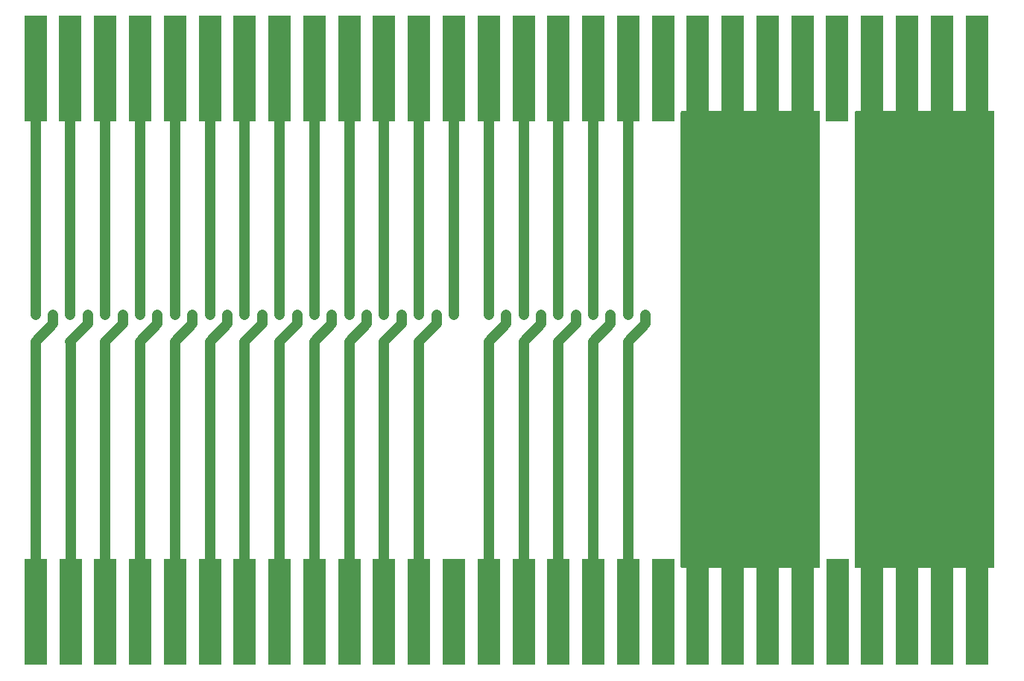
<source format=gtl>
%TF.GenerationSoftware,KiCad,Pcbnew,9.0.1*%
%TF.CreationDate,2025-07-28T23:23:31+02:00*%
%TF.ProjectId,monaco-gp-28,6d6f6e61-636f-42d6-9770-2d32382e6b69,rev?*%
%TF.SameCoordinates,Original*%
%TF.FileFunction,Copper,L1,Top*%
%TF.FilePolarity,Positive*%
%FSLAX46Y46*%
G04 Gerber Fmt 4.6, Leading zero omitted, Abs format (unit mm)*
G04 Created by KiCad (PCBNEW 9.0.1) date 2025-07-28 23:23:31*
%MOMM*%
%LPD*%
G01*
G04 APERTURE LIST*
%TA.AperFunction,ConnectorPad*%
%ADD10R,2.540000X12.000000*%
%TD*%
%TA.AperFunction,ViaPad*%
%ADD11C,1.200000*%
%TD*%
%TA.AperFunction,Conductor*%
%ADD12C,1.200000*%
%TD*%
G04 APERTURE END LIST*
D10*
%TO.P,C1,1,Pin_1*%
%TO.N,/Y1*%
X9210000Y-6860000D03*
%TO.P,C1,2,Pin_2*%
%TO.N,/Y2*%
X13170000Y-6860000D03*
%TO.P,C1,3,Pin_3*%
%TO.N,/Y3*%
X17130000Y-6860000D03*
%TO.P,C1,4,Pin_4*%
%TO.N,/Y4*%
X21090000Y-6860000D03*
%TO.P,C1,5,Pin_5*%
%TO.N,/Y5*%
X25050000Y-6860000D03*
%TO.P,C1,6,Pin_6*%
%TO.N,/Y6*%
X29010000Y-6860000D03*
%TO.P,C1,7,Pin_7*%
%TO.N,/Y7*%
X32970000Y-6860000D03*
%TO.P,C1,8,Pin_8*%
%TO.N,/Y8*%
X36930000Y-6860000D03*
%TO.P,C1,9,Pin_9*%
%TO.N,/Y9*%
X40890000Y-6860000D03*
%TO.P,C1,10,Pin_10*%
%TO.N,/Y10*%
X44850000Y-6860000D03*
%TO.P,C1,11,Pin_11*%
%TO.N,/Y11*%
X48810000Y-6860000D03*
%TO.P,C1,12,Pin_12*%
%TO.N,/Y12*%
X52770000Y-6860000D03*
%TO.P,C1,13,Pin_13*%
%TO.N,/Y13*%
X56730000Y-6860000D03*
%TO.P,C1,14,Pin_14*%
%TO.N,/Y14*%
X60690000Y-6860000D03*
%TO.P,C1,15,Pin_15*%
%TO.N,/Y15*%
X64650000Y-6860000D03*
%TO.P,C1,16,Pin_16*%
%TO.N,/Y16*%
X68610000Y-6860000D03*
%TO.P,C1,17,Pin_17*%
%TO.N,/Y17*%
X72570000Y-6860000D03*
%TO.P,C1,18,Pin_18*%
%TO.N,/Y18*%
X76530000Y-6860000D03*
%TO.P,C1,19,Pin_19*%
%TO.N,unconnected-(C1-Pin_19-Pad19)*%
X80490000Y-6860000D03*
%TO.P,C1,20,Pin_20*%
%TO.N,/L2*%
X84450000Y-6860000D03*
%TO.P,C1,21,Pin_21*%
X88410000Y-6860000D03*
%TO.P,C1,22,Pin_22*%
X92370000Y-6860000D03*
%TO.P,C1,23,Pin_23*%
X96330000Y-6860000D03*
%TO.P,C1,24,Pin_24*%
%TO.N,unconnected-(C1-Pin_24-Pad24)*%
X100290000Y-6860000D03*
%TO.P,C1,25,Pin_25*%
%TO.N,/L1*%
X104250000Y-6860000D03*
%TO.P,C1,26,Pin_26*%
X108210000Y-6860000D03*
%TO.P,C1,27,Pin_27*%
X112170000Y-6860000D03*
%TO.P,C1,28,Pin_28*%
X116130000Y-6860000D03*
%TD*%
%TO.P,F1,29,Pin_29*%
%TO.N,/Y29*%
X9213000Y-68660000D03*
%TO.P,F1,30,Pin_30*%
%TO.N,/Y30*%
X13173000Y-68660000D03*
%TO.P,F1,31,Pin_31*%
%TO.N,/Y31*%
X17133000Y-68660000D03*
%TO.P,F1,32,Pin_32*%
%TO.N,/Y32*%
X21093000Y-68660000D03*
%TO.P,F1,33,Pin_33*%
%TO.N,/Y33*%
X25053000Y-68660000D03*
%TO.P,F1,34,Pin_34*%
%TO.N,/Y34*%
X29013000Y-68660000D03*
%TO.P,F1,35,Pin_35*%
%TO.N,/Y35*%
X32973000Y-68660000D03*
%TO.P,F1,36,Pin_36*%
%TO.N,/Y36*%
X36933000Y-68660000D03*
%TO.P,F1,37,Pin_37*%
%TO.N,/Y37*%
X40893000Y-68660000D03*
%TO.P,F1,38,Pin_38*%
%TO.N,/Y38*%
X44853000Y-68660000D03*
%TO.P,F1,39,Pin_39*%
%TO.N,/Y39*%
X48813000Y-68660000D03*
%TO.P,F1,40,Pin_40*%
%TO.N,/Y40*%
X52773000Y-68660000D03*
%TO.P,F1,41,Pin_41*%
%TO.N,unconnected-(F1-Pin_41-Pad41)*%
X56733000Y-68660000D03*
%TO.P,F1,42,Pin_42*%
%TO.N,/Y42*%
X60693000Y-68660000D03*
%TO.P,F1,43,Pin_43*%
%TO.N,/Y43*%
X64653000Y-68660000D03*
%TO.P,F1,44,Pin_44*%
%TO.N,/Y44*%
X68613000Y-68660000D03*
%TO.P,F1,45,Pin_45*%
%TO.N,/Y45*%
X72573000Y-68660000D03*
%TO.P,F1,46,Pin_46*%
%TO.N,/Y46*%
X76533000Y-68660000D03*
%TO.P,F1,47,Pin_47*%
%TO.N,unconnected-(F1-Pin_47-Pad47)*%
X80493000Y-68660000D03*
%TO.P,F1,48,Pin_48*%
%TO.N,/L2*%
X84453000Y-68660000D03*
%TO.P,F1,49,Pin_49*%
X88413000Y-68660000D03*
%TO.P,F1,50,Pin_50*%
X92373000Y-68660000D03*
%TO.P,F1,51,Pin_51*%
X96333000Y-68660000D03*
%TO.P,F1,52,Pin_52*%
%TO.N,unconnected-(F1-Pin_52-Pad52)*%
X100293000Y-68660000D03*
%TO.P,F1,53,Pin_53*%
%TO.N,/L1*%
X104253000Y-68660000D03*
%TO.P,F1,54,Pin_54*%
X108213000Y-68660000D03*
%TO.P,F1,55,Pin_55*%
X112173000Y-68660000D03*
%TO.P,F1,56,Pin_56*%
X116133000Y-68660000D03*
%TD*%
D11*
%TO.N,/Y43*%
X66630000Y-34860000D03*
%TO.N,/L2*%
X86430000Y-57860000D03*
X84450000Y-16860000D03*
X86430000Y-18860000D03*
X94350000Y-18860000D03*
X96330000Y-59860000D03*
X92370000Y-57860000D03*
X88410000Y-16860000D03*
X88410000Y-59860000D03*
X90390000Y-18860000D03*
X96330000Y-16860000D03*
X96330000Y-18860000D03*
X94350000Y-59860000D03*
X84450000Y-59860000D03*
X96330000Y-57860000D03*
X90390000Y-59860000D03*
X92370000Y-16860000D03*
X84450000Y-57860000D03*
X94350000Y-16860000D03*
X86430000Y-16860000D03*
X88410000Y-18860000D03*
X86430000Y-59860000D03*
X92370000Y-59860000D03*
X90390000Y-57860000D03*
X90390000Y-16860000D03*
X88410000Y-57860000D03*
X84450000Y-18860000D03*
X94350000Y-57860000D03*
X92370000Y-18860000D03*
%TO.N,/Y1*%
X9210000Y-34860000D03*
%TO.N,/Y17*%
X72570000Y-34860000D03*
%TO.N,/Y4*%
X21090000Y-34860000D03*
%TO.N,/Y31*%
X19110000Y-34860000D03*
%TO.N,/Y40*%
X54750000Y-34860000D03*
%TO.N,/Y34*%
X30990000Y-34860000D03*
%TO.N,/Y10*%
X44850000Y-34860000D03*
%TO.N,/L1*%
X104250000Y-18860000D03*
X104250000Y-16860000D03*
X106230000Y-16860000D03*
X104250000Y-59860000D03*
X112170000Y-59860000D03*
X110190000Y-57860000D03*
X116130000Y-18860000D03*
X116130000Y-16860000D03*
X112170000Y-57860000D03*
X112170000Y-16860000D03*
X106230000Y-59860000D03*
X114150000Y-16860000D03*
X108210000Y-57860000D03*
X112170000Y-18860000D03*
X110190000Y-59860000D03*
X110190000Y-18860000D03*
X116130000Y-57860000D03*
X116130000Y-59860000D03*
X114150000Y-18860000D03*
X104250000Y-57860000D03*
X108210000Y-59860000D03*
X106230000Y-18860000D03*
X108210000Y-18860000D03*
X110190000Y-16860000D03*
X114150000Y-59860000D03*
X114150000Y-57860000D03*
X108210000Y-16860000D03*
X106230000Y-57860000D03*
%TO.N,/Y6*%
X29010000Y-34860000D03*
%TO.N,/Y33*%
X27030000Y-34860000D03*
%TO.N,/Y30*%
X15150000Y-34860000D03*
%TO.N,/Y15*%
X64650000Y-34860000D03*
%TO.N,/Y7*%
X32970000Y-34860000D03*
%TO.N,/Y9*%
X40890000Y-34860000D03*
%TO.N,/Y38*%
X46830000Y-34860000D03*
%TO.N,/Y39*%
X50790000Y-34860000D03*
%TO.N,/Y11*%
X48810000Y-34860000D03*
%TO.N,/Y44*%
X70590000Y-34860000D03*
%TO.N,/Y42*%
X62670000Y-34860000D03*
%TO.N,/Y12*%
X52770000Y-34860000D03*
%TO.N,/Y5*%
X25050000Y-34860000D03*
%TO.N,/Y29*%
X11190000Y-34860000D03*
%TO.N,/Y3*%
X17130000Y-34860000D03*
%TO.N,/Y32*%
X23070000Y-34860000D03*
%TO.N,/Y46*%
X78510000Y-34860000D03*
%TO.N,/Y16*%
X68610000Y-34860000D03*
%TO.N,/Y35*%
X34950000Y-34860000D03*
%TO.N,/Y18*%
X76530000Y-34860000D03*
%TO.N,/Y36*%
X38910000Y-34860000D03*
%TO.N,/Y13*%
X56730000Y-34860000D03*
%TO.N,/Y8*%
X36930000Y-34860000D03*
%TO.N,/Y45*%
X74550000Y-34860000D03*
%TO.N,/Y2*%
X13170000Y-34860000D03*
%TO.N,/Y14*%
X60690000Y-34860000D03*
%TO.N,/Y37*%
X42870000Y-34860000D03*
%TD*%
D12*
%TO.N,/Y43*%
X66630000Y-34860000D02*
X66630000Y-35880000D01*
X64653000Y-37863000D02*
X64653000Y-68660000D01*
X66630000Y-35880000D02*
X64650000Y-37860000D01*
X64650000Y-37860000D02*
X64653000Y-37863000D01*
%TO.N,/Y1*%
X9210000Y-6860000D02*
X9210000Y-34860000D01*
%TO.N,/Y17*%
X72570000Y-6860000D02*
X72570000Y-34860000D01*
%TO.N,/Y4*%
X21090000Y-6860000D02*
X21090000Y-34860000D01*
%TO.N,/Y31*%
X19110000Y-35880000D02*
X17130000Y-37860000D01*
X17130000Y-37860000D02*
X17133000Y-37863000D01*
X19110000Y-34860000D02*
X19110000Y-35880000D01*
X17133000Y-37863000D02*
X17133000Y-68660000D01*
%TO.N,/Y40*%
X52770000Y-37860000D02*
X52773000Y-37863000D01*
X54750000Y-35880000D02*
X52770000Y-37860000D01*
X54750000Y-34860000D02*
X54750000Y-35880000D01*
X52773000Y-37863000D02*
X52773000Y-68660000D01*
%TO.N,/Y34*%
X30990000Y-35880000D02*
X29010000Y-37860000D01*
X29010000Y-37860000D02*
X29013000Y-37863000D01*
X30990000Y-34860000D02*
X30990000Y-35880000D01*
X29013000Y-37863000D02*
X29013000Y-68660000D01*
%TO.N,/Y10*%
X44850000Y-6860000D02*
X44850000Y-34860000D01*
%TO.N,/Y6*%
X29010000Y-6860000D02*
X29010000Y-34860000D01*
%TO.N,/Y33*%
X25050000Y-37860000D02*
X25053000Y-37863000D01*
X27030000Y-35880000D02*
X25050000Y-37860000D01*
X27030000Y-34860000D02*
X27030000Y-35880000D01*
X25053000Y-37863000D02*
X25053000Y-68660000D01*
%TO.N,/Y30*%
X15150000Y-35880000D02*
X13170000Y-37860000D01*
X13170000Y-37860000D02*
X13173000Y-37863000D01*
X15150000Y-34860000D02*
X15150000Y-35880000D01*
X13173000Y-37863000D02*
X13173000Y-68660000D01*
%TO.N,/Y15*%
X64650000Y-6860000D02*
X64650000Y-34860000D01*
%TO.N,/Y7*%
X32970000Y-6860000D02*
X32970000Y-34860000D01*
%TO.N,/Y9*%
X40890000Y-6860000D02*
X40890000Y-34860000D01*
%TO.N,/Y38*%
X44853000Y-37863000D02*
X44853000Y-68660000D01*
X44850000Y-37860000D02*
X44853000Y-37863000D01*
X46830000Y-34860000D02*
X46830000Y-35880000D01*
X46830000Y-35880000D02*
X44850000Y-37860000D01*
%TO.N,/Y39*%
X50790000Y-34860000D02*
X50790000Y-35880000D01*
X48813000Y-37863000D02*
X48813000Y-68660000D01*
X50790000Y-35880000D02*
X48810000Y-37860000D01*
X48810000Y-37860000D02*
X48813000Y-37863000D01*
%TO.N,/Y11*%
X48810000Y-6860000D02*
X48810000Y-34860000D01*
%TO.N,/Y44*%
X68613000Y-37863000D02*
X68613000Y-68660000D01*
X70590000Y-35880000D02*
X68610000Y-37860000D01*
X68610000Y-37860000D02*
X68613000Y-37863000D01*
X70590000Y-34860000D02*
X70590000Y-35880000D01*
%TO.N,/Y42*%
X60690000Y-37860000D02*
X60693000Y-37863000D01*
X62670000Y-34860000D02*
X62670000Y-35880000D01*
X62670000Y-35880000D02*
X60690000Y-37860000D01*
X60693000Y-37863000D02*
X60693000Y-68660000D01*
%TO.N,/Y12*%
X52770000Y-6860000D02*
X52770000Y-34860000D01*
%TO.N,/Y5*%
X25050000Y-6860000D02*
X25050000Y-34860000D01*
%TO.N,/Y29*%
X11190000Y-35880000D02*
X9210000Y-37860000D01*
X11190000Y-34860000D02*
X11190000Y-35880000D01*
X9243000Y-68630000D02*
X9213000Y-68660000D01*
X9213000Y-37863000D02*
X9213000Y-68660000D01*
X9210000Y-37860000D02*
X9213000Y-37863000D01*
%TO.N,/Y3*%
X17130000Y-6860000D02*
X17130000Y-34860000D01*
%TO.N,/Y32*%
X23070000Y-34860000D02*
X23070000Y-35880000D01*
X21093000Y-37863000D02*
X21093000Y-68660000D01*
X23070000Y-35880000D02*
X21090000Y-37860000D01*
X21090000Y-37860000D02*
X21093000Y-37863000D01*
%TO.N,/Y46*%
X76533000Y-37863000D02*
X76533000Y-68660000D01*
X76530000Y-37860000D02*
X76533000Y-37863000D01*
X76563000Y-68630000D02*
X76533000Y-68660000D01*
X78510000Y-35880000D02*
X76530000Y-37860000D01*
X78510000Y-34860000D02*
X78510000Y-35880000D01*
%TO.N,/Y16*%
X68610000Y-6860000D02*
X68610000Y-34860000D01*
%TO.N,/Y35*%
X34950000Y-34860000D02*
X34950000Y-35880000D01*
X32970000Y-37860000D02*
X32973000Y-37863000D01*
X32973000Y-37863000D02*
X32973000Y-68660000D01*
X34950000Y-35880000D02*
X32970000Y-37860000D01*
%TO.N,/Y18*%
X76530000Y-6860000D02*
X76530000Y-34860000D01*
%TO.N,/Y36*%
X36930000Y-37860000D02*
X36933000Y-37863000D01*
X36933000Y-37863000D02*
X36933000Y-68660000D01*
X38910000Y-34860000D02*
X38910000Y-35880000D01*
X38910000Y-35880000D02*
X36930000Y-37860000D01*
%TO.N,/Y13*%
X56730000Y-6860000D02*
X56730000Y-34860000D01*
%TO.N,/Y8*%
X36930000Y-6860000D02*
X36930000Y-34860000D01*
%TO.N,/Y45*%
X74550000Y-34860000D02*
X74550000Y-35880000D01*
X74550000Y-35880000D02*
X72570000Y-37860000D01*
X72570000Y-37860000D02*
X72573000Y-37863000D01*
X72573000Y-37863000D02*
X72573000Y-68660000D01*
%TO.N,/Y2*%
X13170000Y-6860000D02*
X13170000Y-34860000D01*
%TO.N,/Y14*%
X60690000Y-6860000D02*
X60690000Y-34860000D01*
%TO.N,/Y37*%
X42870000Y-35880000D02*
X40890000Y-37860000D01*
X40890000Y-37860000D02*
X40893000Y-37863000D01*
X40893000Y-37863000D02*
X40893000Y-68660000D01*
X42870000Y-34860000D02*
X42870000Y-35880000D01*
%TD*%
%TA.AperFunction,Conductor*%
%TO.N,/L1*%
G36*
X118086039Y-11679685D02*
G01*
X118131794Y-11732489D01*
X118143000Y-11784000D01*
X118143000Y-63536000D01*
X118123315Y-63603039D01*
X118070511Y-63648794D01*
X118019000Y-63660000D01*
X102427000Y-63660000D01*
X102359961Y-63640315D01*
X102314206Y-63587511D01*
X102303000Y-63536000D01*
X102303000Y-11784000D01*
X102322685Y-11716961D01*
X102375489Y-11671206D01*
X102427000Y-11660000D01*
X118019000Y-11660000D01*
X118086039Y-11679685D01*
G37*
%TD.AperFunction*%
%TD*%
%TA.AperFunction,Conductor*%
%TO.N,/L2*%
G36*
X98286039Y-11679685D02*
G01*
X98331794Y-11732489D01*
X98343000Y-11784000D01*
X98343000Y-63536000D01*
X98323315Y-63603039D01*
X98270511Y-63648794D01*
X98219000Y-63660000D01*
X82627000Y-63660000D01*
X82559961Y-63640315D01*
X82514206Y-63587511D01*
X82503000Y-63536000D01*
X82503000Y-11784000D01*
X82522685Y-11716961D01*
X82575489Y-11671206D01*
X82627000Y-11660000D01*
X98219000Y-11660000D01*
X98286039Y-11679685D01*
G37*
%TD.AperFunction*%
%TD*%
M02*

</source>
